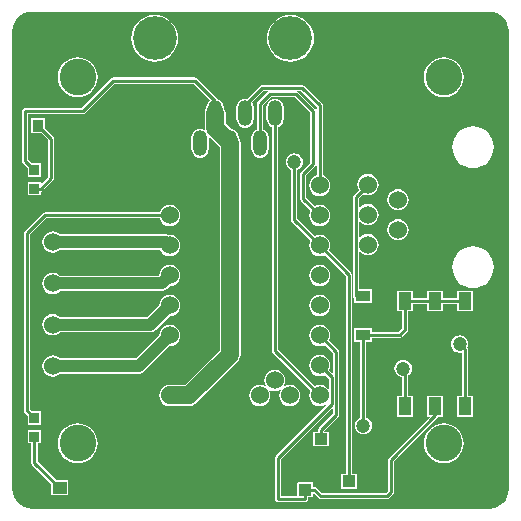
<source format=gtl>
G04*
G04 #@! TF.GenerationSoftware,Altium Limited,CircuitMaker,2.2.0 (2.2.0.5)*
G04*
G04 Layer_Physical_Order=1*
G04 Layer_Color=25308*
%FSLAX25Y25*%
%MOIN*%
G70*
G04*
G04 #@! TF.SameCoordinates,9A8D6191-CA6A-4FCB-8608-DBD58737C46A*
G04*
G04*
G04 #@! TF.FilePolarity,Positive*
G04*
G01*
G75*
%ADD11C,0.01000*%
%ADD15R,0.04134X0.03937*%
%ADD16R,0.03347X0.03347*%
%ADD17R,0.04528X0.04134*%
%ADD18R,0.03543X0.04134*%
%ADD19R,0.04803X0.03583*%
%ADD20R,0.04331X0.05905*%
%ADD21R,0.04331X0.05905*%
%ADD22R,0.04331X0.05905*%
%ADD37C,0.01968*%
%ADD38C,0.03937*%
%ADD39C,0.00984*%
%ADD40C,0.05905*%
%ADD41C,0.06000*%
%ADD42O,0.04724X0.08661*%
%ADD43C,0.14567*%
%ADD44C,0.04724*%
%ADD45C,0.12205*%
G36*
X258071Y264535D02*
Y264529D01*
X259312Y264407D01*
X260505Y264045D01*
X261604Y263457D01*
X262568Y262667D01*
X263359Y261703D01*
X263947Y260603D01*
X264309Y259410D01*
X264431Y258171D01*
X264437D01*
X264437Y258170D01*
X264437Y258169D01*
Y258169D01*
X264436Y258169D01*
X264354D01*
X264357Y258163D01*
X264437Y258164D01*
Y105315D01*
X264436Y105315D01*
X264431D01*
X264309Y104074D01*
X263947Y102881D01*
X263359Y101781D01*
X262568Y100818D01*
X261604Y100027D01*
X260505Y99439D01*
X259312Y99077D01*
X258073Y98955D01*
X258071Y98955D01*
Y99032D01*
X258065Y99029D01*
X258066Y98949D01*
X105315D01*
X105315Y98949D01*
Y98955D01*
X104074Y99077D01*
X102881Y99439D01*
X101781Y100027D01*
X100818Y100818D01*
X100027Y101781D01*
X99439Y102881D01*
X99077Y104074D01*
X99007Y104790D01*
X98962Y104787D01*
X98955Y104823D01*
X99032D01*
X98949Y105022D01*
Y258169D01*
X98949Y258169D01*
X98955D01*
X99077Y259410D01*
X99439Y260603D01*
X100027Y261703D01*
X100818Y262667D01*
X101781Y263457D01*
X102881Y264045D01*
X104074Y264407D01*
X104790Y264478D01*
X104787Y264522D01*
X104823Y264529D01*
Y264453D01*
X105022Y264535D01*
X258071D01*
X258071Y264535D01*
X258071Y264535D01*
D02*
G37*
%LPC*%
G36*
X191634Y263561D02*
X190106Y263411D01*
X188636Y262965D01*
X187282Y262241D01*
X186095Y261267D01*
X185121Y260080D01*
X184397Y258726D01*
X183951Y257257D01*
X183801Y255728D01*
X183951Y254200D01*
X184397Y252731D01*
X185121Y251377D01*
X186095Y250190D01*
X187282Y249216D01*
X188636Y248492D01*
X190106Y248046D01*
X191634Y247895D01*
X193162Y248046D01*
X194631Y248492D01*
X195986Y249216D01*
X197173Y250190D01*
X198147Y251377D01*
X198871Y252731D01*
X199316Y254200D01*
X199467Y255728D01*
X199316Y257257D01*
X198871Y258726D01*
X198147Y260080D01*
X197173Y261267D01*
X195986Y262241D01*
X194631Y262965D01*
X193162Y263411D01*
X191634Y263561D01*
D02*
G37*
G36*
X146358D02*
X144830Y263411D01*
X143361Y262965D01*
X142006Y262241D01*
X140819Y261267D01*
X139845Y260080D01*
X139121Y258726D01*
X138676Y257257D01*
X138525Y255728D01*
X138676Y254200D01*
X139121Y252731D01*
X139845Y251377D01*
X140819Y250190D01*
X142006Y249216D01*
X143361Y248492D01*
X144830Y248046D01*
X146358Y247895D01*
X147886Y248046D01*
X149356Y248492D01*
X150710Y249216D01*
X151897Y250190D01*
X152871Y251377D01*
X153595Y252731D01*
X154041Y254200D01*
X154191Y255728D01*
X154041Y257257D01*
X153595Y258726D01*
X152871Y260080D01*
X151897Y261267D01*
X150710Y262241D01*
X149356Y262965D01*
X147886Y263411D01*
X146358Y263561D01*
D02*
G37*
G36*
X242717Y249363D02*
X241420Y249235D01*
X240173Y248857D01*
X239024Y248243D01*
X238017Y247416D01*
X237191Y246409D01*
X236576Y245260D01*
X236198Y244013D01*
X236070Y242717D01*
X236198Y241420D01*
X236576Y240173D01*
X237191Y239024D01*
X238017Y238017D01*
X239024Y237191D01*
X240173Y236576D01*
X241420Y236198D01*
X242717Y236070D01*
X244013Y236198D01*
X245260Y236576D01*
X246409Y237191D01*
X247416Y238017D01*
X248243Y239024D01*
X248857Y240173D01*
X249235Y241420D01*
X249363Y242717D01*
X249235Y244013D01*
X248857Y245260D01*
X248243Y246409D01*
X247416Y247416D01*
X246409Y248243D01*
X245260Y248857D01*
X244013Y249235D01*
X242717Y249363D01*
D02*
G37*
G36*
X120669D02*
X119373Y249235D01*
X118126Y248857D01*
X116977Y248243D01*
X115970Y247416D01*
X115143Y246409D01*
X114529Y245260D01*
X114151Y244013D01*
X114023Y242717D01*
X114151Y241420D01*
X114529Y240173D01*
X115143Y239024D01*
X115970Y238017D01*
X116977Y237191D01*
X118126Y236576D01*
X119373Y236198D01*
X120669Y236070D01*
X121966Y236198D01*
X123213Y236576D01*
X124362Y237191D01*
X125369Y238017D01*
X126195Y239024D01*
X126810Y240173D01*
X127188Y241420D01*
X127315Y242717D01*
X127188Y244013D01*
X126810Y245260D01*
X126195Y246409D01*
X125369Y247416D01*
X124362Y248243D01*
X123213Y248857D01*
X121966Y249235D01*
X120669Y249363D01*
D02*
G37*
G36*
X159646Y242657D02*
X132579D01*
X132252Y242592D01*
X132187Y242580D01*
X131855Y242358D01*
X121919Y232421D01*
X103150D01*
X102758Y232343D01*
X102426Y232121D01*
X102204Y231789D01*
X102126Y231398D01*
Y214961D01*
X102191Y214634D01*
X102204Y214569D01*
X102426Y214237D01*
X104114Y212548D01*
Y209626D01*
X108484D01*
Y213996D01*
X105562D01*
X104173Y215385D01*
Y230374D01*
X122343D01*
X122669Y230439D01*
X122734Y230452D01*
X123066Y230674D01*
X133003Y240610D01*
X159222D01*
X164808Y235024D01*
X164446Y234747D01*
X163986Y234146D01*
X163696Y233447D01*
X163597Y232697D01*
Y232642D01*
X163470Y232476D01*
X163121Y231633D01*
X163002Y230728D01*
Y225937D01*
X163002Y225937D01*
X163115Y225077D01*
X162945Y225207D01*
X162246Y225497D01*
X161496Y225596D01*
X160746Y225497D01*
X160047Y225207D01*
X159446Y224747D01*
X158986Y224146D01*
X158696Y223447D01*
X158597Y222697D01*
Y218760D01*
X158696Y218010D01*
X158986Y217311D01*
X159446Y216710D01*
X160047Y216249D01*
X160746Y215960D01*
X161496Y215861D01*
X162246Y215960D01*
X162945Y216249D01*
X163546Y216710D01*
X164006Y217311D01*
X164296Y218010D01*
X164395Y218760D01*
Y222697D01*
X164334Y223157D01*
X168001Y219490D01*
Y151684D01*
X156485Y140168D01*
X151760D01*
X151398Y140215D01*
X150481Y140095D01*
X149627Y139741D01*
X148893Y139178D01*
X148330Y138444D01*
X147976Y137590D01*
X147855Y136673D01*
X147976Y135756D01*
X148330Y134902D01*
X148893Y134169D01*
X149627Y133606D01*
X150481Y133252D01*
X151398Y133131D01*
X151760Y133179D01*
X157933D01*
X157933Y133179D01*
X158837Y133298D01*
X159680Y133647D01*
X160404Y134202D01*
X173967Y147765D01*
X174522Y148489D01*
X174871Y149332D01*
X174990Y150236D01*
X174990Y150236D01*
Y220728D01*
Y220937D01*
X174990Y220937D01*
X174871Y221842D01*
X174522Y222684D01*
X174370Y222882D01*
X174296Y223447D01*
X174006Y224146D01*
X173546Y224747D01*
X172945Y225207D01*
X172246Y225497D01*
X171822Y225553D01*
X169991Y227385D01*
Y230728D01*
X169871Y231633D01*
X169522Y232476D01*
X169395Y232642D01*
Y232697D01*
X169296Y233447D01*
X169006Y234146D01*
X168546Y234747D01*
X167945Y235207D01*
X167246Y235497D01*
X167225Y235500D01*
X167220Y235507D01*
X160369Y242358D01*
X160037Y242580D01*
X159972Y242592D01*
X159646Y242657D01*
D02*
G37*
G36*
X252461Y226352D02*
X251106Y226219D01*
X249804Y225824D01*
X248603Y225182D01*
X247551Y224319D01*
X246688Y223267D01*
X246046Y222066D01*
X245651Y220764D01*
X245518Y219409D01*
X245651Y218055D01*
X246046Y216753D01*
X246688Y215552D01*
X247551Y214500D01*
X248603Y213637D01*
X249804Y212995D01*
X251106Y212600D01*
X252461Y212467D01*
X253815Y212600D01*
X255118Y212995D01*
X256318Y213637D01*
X257370Y214500D01*
X258233Y215552D01*
X258875Y216753D01*
X259270Y218055D01*
X259403Y219409D01*
X259270Y220764D01*
X258875Y222066D01*
X258233Y223267D01*
X257370Y224319D01*
X256318Y225182D01*
X255118Y225824D01*
X253815Y226219D01*
X252461Y226352D01*
D02*
G37*
G36*
X109862Y229153D02*
X105295D01*
Y223996D01*
X108710D01*
X110886Y221820D01*
Y209479D01*
X108386Y206979D01*
Y207697D01*
X104016D01*
Y203327D01*
X108386D01*
Y204492D01*
X108758Y204566D01*
X108758Y204566D01*
X108758D01*
X108958Y204700D01*
X109090Y204788D01*
X109090Y204788D01*
X109090Y204788D01*
X112633Y208331D01*
X112810Y208596D01*
X112855Y208664D01*
Y208664D01*
X112855Y208664D01*
X112876Y208771D01*
X112933Y209055D01*
Y222244D01*
X112855Y222636D01*
X112781Y222747D01*
X112633Y222968D01*
X109862Y225739D01*
Y229153D01*
D02*
G37*
G36*
X217461Y210471D02*
X216544Y210351D01*
X215690Y209997D01*
X214956Y209434D01*
X214393Y208700D01*
X214039Y207846D01*
X213918Y206929D01*
X214039Y206012D01*
X214346Y205273D01*
X212670Y203598D01*
X212447Y203263D01*
X212368Y202869D01*
Y169843D01*
X212447Y169448D01*
X212670Y169113D01*
X212933Y168938D01*
Y167540D01*
X218760D01*
Y172146D01*
X214432D01*
Y185108D01*
X214956Y184424D01*
X215689Y183862D01*
X216544Y183508D01*
X217461Y183387D01*
X218377Y183508D01*
X219232Y183862D01*
X219965Y184424D01*
X220528Y185158D01*
X220882Y186012D01*
X221003Y186929D01*
X220882Y187846D01*
X220528Y188700D01*
X219965Y189434D01*
X219232Y189997D01*
X218377Y190351D01*
X217461Y190471D01*
X216544Y190351D01*
X215690Y189997D01*
X214956Y189434D01*
X214432Y188751D01*
Y195108D01*
X214956Y194424D01*
X215689Y193862D01*
X216544Y193508D01*
X217461Y193387D01*
X218377Y193508D01*
X219232Y193862D01*
X219965Y194424D01*
X220528Y195158D01*
X220882Y196012D01*
X221003Y196929D01*
X220882Y197846D01*
X220528Y198700D01*
X219965Y199434D01*
X219232Y199997D01*
X218377Y200351D01*
X217461Y200471D01*
X216544Y200351D01*
X215690Y199997D01*
X214956Y199434D01*
X214432Y198750D01*
Y202441D01*
X215804Y203814D01*
X216544Y203508D01*
X217461Y203387D01*
X218377Y203508D01*
X219232Y203862D01*
X219965Y204425D01*
X220528Y205158D01*
X220882Y206012D01*
X221003Y206929D01*
X220882Y207846D01*
X220528Y208700D01*
X219965Y209434D01*
X219232Y209997D01*
X218377Y210351D01*
X217461Y210471D01*
D02*
G37*
G36*
X195571Y240197D02*
X182087D01*
X181760Y240132D01*
X181695Y240119D01*
X181363Y239897D01*
X176996Y235530D01*
X176496Y235596D01*
X175746Y235497D01*
X175047Y235207D01*
X174446Y234747D01*
X173986Y234146D01*
X173696Y233447D01*
X173597Y232697D01*
Y228760D01*
X173696Y228010D01*
X173986Y227310D01*
X174446Y226710D01*
X175047Y226249D01*
X175746Y225960D01*
X176496Y225861D01*
X177246Y225960D01*
X177945Y226249D01*
X178546Y226710D01*
X179006Y227310D01*
X179296Y228010D01*
X179395Y228760D01*
Y232697D01*
X179296Y233447D01*
X179006Y234146D01*
X178790Y234429D01*
X182511Y238150D01*
X184351D01*
X184152Y238017D01*
X184020Y237929D01*
X184020Y237929D01*
X184020Y237929D01*
X180772Y234680D01*
X180588Y234404D01*
X180550Y234348D01*
Y234348D01*
X180550Y234348D01*
X180529Y234241D01*
X180472Y233957D01*
Y225384D01*
X180047Y225207D01*
X179446Y224747D01*
X178986Y224146D01*
X178696Y223447D01*
X178597Y222697D01*
Y218760D01*
X178696Y218010D01*
X178986Y217311D01*
X179446Y216710D01*
X180047Y216249D01*
X180746Y215960D01*
X181496Y215861D01*
X182246Y215960D01*
X182945Y216249D01*
X183546Y216710D01*
X184006Y217311D01*
X184296Y218010D01*
X184395Y218760D01*
Y222697D01*
X184296Y223447D01*
X184006Y224146D01*
X183546Y224747D01*
X182945Y225207D01*
X182520Y225384D01*
Y233533D01*
X185168Y236181D01*
X193080D01*
X198189Y231072D01*
Y214302D01*
X195142Y211255D01*
X194921Y210923D01*
X194908Y210858D01*
X194843Y210532D01*
Y202205D01*
X194921Y201813D01*
X194995Y201702D01*
X195142Y201481D01*
X198286Y198337D01*
X197976Y197590D01*
X197855Y196673D01*
X197976Y195756D01*
X198330Y194902D01*
X198893Y194169D01*
X199627Y193606D01*
X200481Y193252D01*
X201398Y193131D01*
X202314Y193252D01*
X203169Y193606D01*
X203902Y194169D01*
X204465Y194902D01*
X204819Y195756D01*
X204940Y196673D01*
X204819Y197590D01*
X204465Y198444D01*
X203902Y199178D01*
X203169Y199741D01*
X202314Y200095D01*
X201398Y200215D01*
X200481Y200095D01*
X199733Y199785D01*
X196890Y202629D01*
Y210108D01*
X199936Y213154D01*
X200085Y213376D01*
X200158Y213486D01*
X200236Y213878D01*
Y231496D01*
X200158Y231888D01*
X200084Y231999D01*
X199936Y232220D01*
X194228Y237929D01*
X193897Y238150D01*
X195147D01*
X200374Y232922D01*
Y210050D01*
X199627Y209741D01*
X198893Y209178D01*
X198330Y208444D01*
X197976Y207590D01*
X197855Y206673D01*
X197976Y205756D01*
X198330Y204902D01*
X198893Y204169D01*
X199627Y203606D01*
X200481Y203252D01*
X201398Y203131D01*
X202314Y203252D01*
X203169Y203606D01*
X203902Y204169D01*
X204465Y204902D01*
X204819Y205756D01*
X204940Y206673D01*
X204819Y207590D01*
X204465Y208444D01*
X203902Y209178D01*
X203169Y209741D01*
X202421Y210050D01*
Y233346D01*
X202356Y233673D01*
X202343Y233738D01*
X202121Y234070D01*
X196295Y239897D01*
X195963Y240119D01*
X195897Y240132D01*
X195571Y240197D01*
D02*
G37*
G36*
X227461Y205432D02*
X226544Y205311D01*
X225690Y204957D01*
X224956Y204395D01*
X224393Y203661D01*
X224039Y202807D01*
X223919Y201890D01*
X224039Y200973D01*
X224393Y200119D01*
X224956Y199385D01*
X225690Y198822D01*
X226544Y198468D01*
X227461Y198348D01*
X228377Y198468D01*
X229232Y198822D01*
X229965Y199385D01*
X230528Y200119D01*
X230882Y200973D01*
X231003Y201890D01*
X230882Y202807D01*
X230528Y203661D01*
X229965Y204395D01*
X229232Y204957D01*
X228377Y205311D01*
X227461Y205432D01*
D02*
G37*
G36*
X151398Y200215D02*
X150481Y200095D01*
X149627Y199741D01*
X148893Y199178D01*
X148330Y198444D01*
X148020Y197697D01*
X109764D01*
X109372Y197619D01*
X109040Y197397D01*
X103016Y191373D01*
X102795Y191041D01*
X102782Y190976D01*
X102717Y190650D01*
Y131693D01*
X102780Y131373D01*
X102795Y131301D01*
X102795Y131301D01*
Y131301D01*
X102878Y131176D01*
X103016Y130969D01*
X104114Y129871D01*
Y126949D01*
X108484D01*
Y131319D01*
X105562D01*
X104764Y132117D01*
Y190226D01*
X110188Y195650D01*
X148020D01*
X148330Y194902D01*
X148893Y194169D01*
X149627Y193606D01*
X150481Y193252D01*
X151398Y193131D01*
X152314Y193252D01*
X153169Y193606D01*
X153902Y194169D01*
X154465Y194902D01*
X154819Y195756D01*
X154940Y196673D01*
X154819Y197590D01*
X154465Y198444D01*
X153902Y199178D01*
X153169Y199741D01*
X152314Y200095D01*
X151398Y200215D01*
D02*
G37*
G36*
X227461Y195432D02*
X226544Y195311D01*
X225690Y194957D01*
X224956Y194395D01*
X224393Y193661D01*
X224039Y192807D01*
X223919Y191890D01*
X224039Y190973D01*
X224393Y190119D01*
X224956Y189385D01*
X225690Y188822D01*
X226544Y188468D01*
X227461Y188348D01*
X228377Y188468D01*
X229232Y188822D01*
X229965Y189385D01*
X230528Y190119D01*
X230882Y190973D01*
X231003Y191890D01*
X230882Y192807D01*
X230528Y193661D01*
X229965Y194395D01*
X229232Y194957D01*
X228377Y195311D01*
X227461Y195432D01*
D02*
G37*
G36*
X112402Y191337D02*
X111485Y191217D01*
X110631Y190863D01*
X109897Y190300D01*
X109334Y189566D01*
X108980Y188712D01*
X108860Y187795D01*
X108980Y186878D01*
X109334Y186024D01*
X109897Y185291D01*
X110631Y184728D01*
X111485Y184374D01*
X112402Y184253D01*
X113318Y184374D01*
X114173Y184728D01*
X114875Y185266D01*
X148179D01*
X148330Y184902D01*
X148893Y184169D01*
X149627Y183606D01*
X150481Y183252D01*
X151398Y183131D01*
X152314Y183252D01*
X153169Y183606D01*
X153902Y184169D01*
X154465Y184902D01*
X154819Y185756D01*
X154940Y186673D01*
X154819Y187590D01*
X154465Y188444D01*
X153902Y189178D01*
X153169Y189741D01*
X152314Y190095D01*
X151398Y190215D01*
X151051Y190170D01*
X150276Y190324D01*
X114875D01*
X114173Y190863D01*
X113318Y191217D01*
X112402Y191337D01*
D02*
G37*
G36*
X151398Y180215D02*
X150481Y180095D01*
X149627Y179741D01*
X148893Y179178D01*
X148330Y178444D01*
X147976Y177590D01*
X147861Y176713D01*
X147693Y176545D01*
X114875D01*
X114173Y177083D01*
X113318Y177437D01*
X112402Y177558D01*
X111485Y177437D01*
X110631Y177083D01*
X109897Y176521D01*
X109334Y175787D01*
X108980Y174933D01*
X108860Y174016D01*
X108980Y173099D01*
X109334Y172245D01*
X109897Y171511D01*
X110631Y170948D01*
X111485Y170594D01*
X112402Y170474D01*
X113318Y170594D01*
X114173Y170948D01*
X114875Y171487D01*
X148740D01*
X149708Y171679D01*
X150528Y172228D01*
X151437Y173136D01*
X152314Y173252D01*
X153169Y173606D01*
X153902Y174169D01*
X154465Y174902D01*
X154819Y175756D01*
X154940Y176673D01*
X154819Y177590D01*
X154465Y178444D01*
X153902Y179178D01*
X153169Y179741D01*
X152314Y180095D01*
X151398Y180215D01*
D02*
G37*
G36*
X201398D02*
X200481Y180095D01*
X199627Y179741D01*
X198893Y179178D01*
X198330Y178444D01*
X197976Y177590D01*
X197855Y176673D01*
X197976Y175756D01*
X198330Y174902D01*
X198893Y174169D01*
X199627Y173606D01*
X200481Y173252D01*
X201398Y173131D01*
X202314Y173252D01*
X203169Y173606D01*
X203902Y174169D01*
X204465Y174902D01*
X204819Y175756D01*
X204940Y176673D01*
X204819Y177590D01*
X204465Y178444D01*
X203902Y179178D01*
X203169Y179741D01*
X202314Y180095D01*
X201398Y180215D01*
D02*
G37*
G36*
X252461Y186352D02*
X251106Y186219D01*
X249804Y185824D01*
X248603Y185182D01*
X247551Y184319D01*
X246688Y183267D01*
X246046Y182066D01*
X245651Y180764D01*
X245518Y179409D01*
X245651Y178055D01*
X246046Y176752D01*
X246688Y175552D01*
X247551Y174500D01*
X248603Y173637D01*
X249804Y172995D01*
X251106Y172600D01*
X252461Y172467D01*
X253815Y172600D01*
X255118Y172995D01*
X256318Y173637D01*
X257370Y174500D01*
X258233Y175552D01*
X258875Y176752D01*
X259270Y178055D01*
X259403Y179409D01*
X259270Y180764D01*
X258875Y182066D01*
X258233Y183267D01*
X257370Y184319D01*
X256318Y185182D01*
X255118Y185824D01*
X253815Y186219D01*
X252461Y186352D01*
D02*
G37*
G36*
X252598Y171575D02*
X247244D01*
Y169142D01*
X242598D01*
Y171575D01*
X237244D01*
Y169142D01*
X232598D01*
Y171575D01*
X227244D01*
Y164646D01*
X228890D01*
Y159177D01*
X227673Y157961D01*
X218760D01*
Y159232D01*
X212933D01*
Y154626D01*
X214868D01*
Y129258D01*
X214451Y129085D01*
X213850Y128625D01*
X213390Y128024D01*
X213100Y127325D01*
X213001Y126575D01*
X213100Y125824D01*
X213390Y125125D01*
X213850Y124525D01*
X214451Y124064D01*
X215150Y123775D01*
X215900Y123676D01*
X216650Y123775D01*
X217349Y124064D01*
X217950Y124525D01*
X218410Y125125D01*
X218700Y125824D01*
X218799Y126575D01*
X218700Y127325D01*
X218410Y128024D01*
X217950Y128625D01*
X217349Y129085D01*
X216932Y129258D01*
Y154626D01*
X218760D01*
Y155898D01*
X228100D01*
X228495Y155976D01*
X228830Y156200D01*
X230651Y158020D01*
X230874Y158355D01*
X230953Y158750D01*
Y164646D01*
X232598D01*
Y167079D01*
X237244D01*
Y164646D01*
X242598D01*
Y167079D01*
X247244D01*
Y164646D01*
X252598D01*
Y171575D01*
D02*
G37*
G36*
X201398Y170215D02*
X200481Y170095D01*
X199627Y169741D01*
X198893Y169178D01*
X198330Y168444D01*
X197976Y167590D01*
X197855Y166673D01*
X197976Y165756D01*
X198330Y164902D01*
X198893Y164169D01*
X199627Y163606D01*
X200481Y163252D01*
X201398Y163131D01*
X202314Y163252D01*
X203169Y163606D01*
X203902Y164169D01*
X204465Y164902D01*
X204819Y165756D01*
X204940Y166673D01*
X204819Y167590D01*
X204465Y168444D01*
X203902Y169178D01*
X203169Y169741D01*
X202314Y170095D01*
X201398Y170215D01*
D02*
G37*
G36*
X151398D02*
X150481Y170095D01*
X149627Y169741D01*
X148893Y169178D01*
X148330Y168444D01*
X147976Y167590D01*
X147861Y166713D01*
X143913Y162765D01*
X114875D01*
X114173Y163304D01*
X113318Y163658D01*
X112402Y163778D01*
X111485Y163658D01*
X110631Y163304D01*
X109897Y162741D01*
X109334Y162007D01*
X108980Y161153D01*
X108860Y160236D01*
X108980Y159319D01*
X109334Y158465D01*
X109897Y157731D01*
X110631Y157169D01*
X111485Y156815D01*
X112402Y156694D01*
X113318Y156815D01*
X114173Y157169D01*
X114875Y157707D01*
X144961D01*
X145928Y157900D01*
X146749Y158448D01*
X151437Y163136D01*
X152314Y163252D01*
X153169Y163606D01*
X153902Y164169D01*
X154465Y164902D01*
X154819Y165756D01*
X154940Y166673D01*
X154819Y167590D01*
X154465Y168444D01*
X153902Y169178D01*
X153169Y169741D01*
X152314Y170095D01*
X151398Y170215D01*
D02*
G37*
G36*
Y160215D02*
X150481Y160095D01*
X149627Y159741D01*
X148893Y159178D01*
X148330Y158444D01*
X147976Y157590D01*
X147861Y156713D01*
X140134Y148986D01*
X114875D01*
X114173Y149524D01*
X113318Y149878D01*
X112402Y149999D01*
X111485Y149878D01*
X110631Y149524D01*
X109897Y148961D01*
X109334Y148228D01*
X108980Y147373D01*
X108860Y146457D01*
X108980Y145540D01*
X109334Y144685D01*
X109897Y143952D01*
X110631Y143389D01*
X111485Y143035D01*
X112402Y142914D01*
X113318Y143035D01*
X114173Y143389D01*
X114875Y143928D01*
X141181D01*
X142149Y144120D01*
X142969Y144668D01*
X151437Y153136D01*
X152314Y153252D01*
X153169Y153606D01*
X153902Y154169D01*
X154465Y154902D01*
X154819Y155756D01*
X154940Y156673D01*
X154819Y157590D01*
X154465Y158444D01*
X153902Y159178D01*
X153169Y159741D01*
X152314Y160095D01*
X151398Y160215D01*
D02*
G37*
G36*
X186398Y145215D02*
X185481Y145095D01*
X184626Y144741D01*
X183893Y144178D01*
X183330Y143444D01*
X182976Y142590D01*
X182855Y141673D01*
X182976Y140756D01*
X183330Y139902D01*
X183862Y139208D01*
X183169Y139741D01*
X182314Y140095D01*
X181398Y140215D01*
X180481Y140095D01*
X179627Y139741D01*
X178893Y139178D01*
X178330Y138444D01*
X177976Y137590D01*
X177856Y136673D01*
X177976Y135756D01*
X178330Y134902D01*
X178893Y134169D01*
X179627Y133606D01*
X180481Y133252D01*
X181398Y133131D01*
X182314Y133252D01*
X183169Y133606D01*
X183902Y134169D01*
X184465Y134902D01*
X184819Y135756D01*
X184940Y136673D01*
X184819Y137590D01*
X184465Y138444D01*
X183933Y139138D01*
X184626Y138606D01*
X185481Y138252D01*
X186398Y138131D01*
X187314Y138252D01*
X188169Y138606D01*
X188862Y139138D01*
X188330Y138444D01*
X187976Y137590D01*
X187856Y136673D01*
X187976Y135756D01*
X188330Y134902D01*
X188893Y134169D01*
X189627Y133606D01*
X190481Y133252D01*
X191398Y133131D01*
X192314Y133252D01*
X193169Y133606D01*
X193902Y134169D01*
X194465Y134902D01*
X194819Y135756D01*
X194940Y136673D01*
X194819Y137590D01*
X194465Y138444D01*
X193902Y139178D01*
X193169Y139741D01*
X192314Y140095D01*
X191398Y140215D01*
X190481Y140095D01*
X189627Y139741D01*
X188933Y139208D01*
X189465Y139902D01*
X189819Y140756D01*
X189940Y141673D01*
X189819Y142590D01*
X189465Y143444D01*
X188902Y144178D01*
X188169Y144741D01*
X187314Y145095D01*
X186398Y145215D01*
D02*
G37*
G36*
X248000Y156699D02*
X247250Y156600D01*
X246551Y156310D01*
X245950Y155850D01*
X245490Y155249D01*
X245200Y154550D01*
X245101Y153800D01*
X245200Y153050D01*
X245490Y152351D01*
X245950Y151750D01*
X246551Y151290D01*
X247250Y151000D01*
X248000Y150901D01*
X248750Y151000D01*
X248890Y151058D01*
Y136535D01*
X247244D01*
Y129606D01*
X252598D01*
Y136535D01*
X250953D01*
Y151879D01*
X250874Y152274D01*
X250651Y152608D01*
X250627Y152632D01*
X250800Y153050D01*
X250899Y153800D01*
X250800Y154550D01*
X250510Y155249D01*
X250050Y155850D01*
X249449Y156310D01*
X248750Y156600D01*
X248000Y156699D01*
D02*
G37*
G36*
X229200Y148499D02*
X228450Y148400D01*
X227751Y148110D01*
X227150Y147650D01*
X226690Y147049D01*
X226400Y146350D01*
X226301Y145600D01*
X226400Y144850D01*
X226690Y144151D01*
X227150Y143550D01*
X227751Y143090D01*
X228450Y142800D01*
X228890Y142742D01*
Y136535D01*
X227244D01*
Y129606D01*
X232598D01*
Y136535D01*
X230953D01*
Y143322D01*
X231250Y143550D01*
X231710Y144151D01*
X232000Y144850D01*
X232099Y145600D01*
X232000Y146350D01*
X231710Y147049D01*
X231250Y147650D01*
X230649Y148110D01*
X229950Y148400D01*
X229200Y148499D01*
D02*
G37*
G36*
X242717Y127315D02*
X241420Y127188D01*
X240173Y126810D01*
X239024Y126195D01*
X238017Y125369D01*
X237191Y124362D01*
X236576Y123213D01*
X236198Y121966D01*
X236070Y120669D01*
X236198Y119373D01*
X236576Y118126D01*
X237191Y116977D01*
X238017Y115970D01*
X239024Y115143D01*
X240173Y114529D01*
X241420Y114151D01*
X242717Y114023D01*
X244013Y114151D01*
X245260Y114529D01*
X246409Y115143D01*
X247416Y115970D01*
X248243Y116977D01*
X248857Y118126D01*
X249235Y119373D01*
X249363Y120669D01*
X249235Y121966D01*
X248857Y123213D01*
X248243Y124362D01*
X247416Y125369D01*
X246409Y126195D01*
X245260Y126810D01*
X244013Y127188D01*
X242717Y127315D01*
D02*
G37*
G36*
X120669D02*
X119373Y127188D01*
X118126Y126810D01*
X116977Y126195D01*
X115970Y125369D01*
X115143Y124362D01*
X114529Y123213D01*
X114151Y121966D01*
X114023Y120669D01*
X114151Y119373D01*
X114529Y118126D01*
X115143Y116977D01*
X115970Y115970D01*
X116977Y115143D01*
X118126Y114529D01*
X119373Y114151D01*
X120669Y114023D01*
X121966Y114151D01*
X123213Y114529D01*
X124362Y115143D01*
X125369Y115970D01*
X126195Y116977D01*
X126810Y118126D01*
X127188Y119373D01*
X127315Y120669D01*
X127188Y121966D01*
X126810Y123213D01*
X126195Y124362D01*
X125369Y125369D01*
X124362Y126195D01*
X123213Y126810D01*
X121966Y127188D01*
X120669Y127315D01*
D02*
G37*
G36*
X192900Y217399D02*
X192150Y217300D01*
X191451Y217010D01*
X190850Y216550D01*
X190390Y215949D01*
X190100Y215250D01*
X190001Y214500D01*
X190100Y213750D01*
X190390Y213051D01*
X190850Y212450D01*
X191451Y211990D01*
X191868Y211817D01*
Y195171D01*
X191947Y194776D01*
X192171Y194441D01*
X198283Y188329D01*
X197976Y187590D01*
X197855Y186673D01*
X197976Y185756D01*
X198330Y184902D01*
X198893Y184169D01*
X199627Y183606D01*
X200481Y183252D01*
X201398Y183131D01*
X202314Y183252D01*
X203054Y183558D01*
X210189Y176423D01*
Y110551D01*
X208642D01*
Y105590D01*
X213799D01*
Y110551D01*
X212252D01*
Y176850D01*
X212174Y177245D01*
X211950Y177580D01*
X204513Y185017D01*
X204819Y185756D01*
X204940Y186673D01*
X204819Y187590D01*
X204465Y188444D01*
X203902Y189178D01*
X203169Y189741D01*
X202314Y190095D01*
X201398Y190215D01*
X200481Y190095D01*
X199741Y189788D01*
X193932Y195598D01*
Y211817D01*
X194349Y211990D01*
X194950Y212450D01*
X195410Y213051D01*
X195700Y213750D01*
X195799Y214500D01*
X195700Y215250D01*
X195410Y215949D01*
X194950Y216550D01*
X194349Y217010D01*
X193650Y217300D01*
X192900Y217399D01*
D02*
G37*
G36*
X108484Y125020D02*
X104114D01*
Y120650D01*
X105276D01*
Y114272D01*
X105353Y113880D01*
X105353Y113880D01*
Y113880D01*
X105575Y113548D01*
X111890Y107234D01*
Y103327D01*
X117441D01*
Y108484D01*
X113534D01*
X107323Y114696D01*
Y120650D01*
X108484D01*
Y125020D01*
D02*
G37*
G36*
X186496Y235596D02*
X185746Y235497D01*
X185047Y235207D01*
X184446Y234747D01*
X183986Y234146D01*
X183696Y233447D01*
X183597Y232697D01*
Y228760D01*
X183696Y228010D01*
X183986Y227310D01*
X184446Y226710D01*
X185047Y226249D01*
X185472Y226073D01*
Y151575D01*
X185537Y151248D01*
X185550Y151183D01*
X185772Y150851D01*
X198286Y138337D01*
X197976Y137590D01*
X197855Y136673D01*
X197976Y135756D01*
X198330Y134902D01*
X198893Y134169D01*
X199627Y133606D01*
X200481Y133252D01*
X201398Y133131D01*
X202314Y133252D01*
X203169Y133606D01*
X203902Y134169D01*
X204378Y134789D01*
Y134337D01*
X186670Y116630D01*
X186447Y116295D01*
X186368Y115900D01*
Y102300D01*
X186447Y101905D01*
X186670Y101570D01*
X186770Y101470D01*
X187105Y101247D01*
X187500Y101168D01*
X196357D01*
X196751Y101247D01*
X197086Y101470D01*
X197186Y101570D01*
X197410Y101905D01*
X197488Y102300D01*
Y102736D01*
X199035D01*
Y104185D01*
X199173D01*
X201037Y102321D01*
X201372Y102097D01*
X201767Y102018D01*
X223750D01*
X224145Y102097D01*
X224480Y102321D01*
X225830Y103671D01*
X226053Y104005D01*
X226132Y104400D01*
Y114752D01*
X240651Y129271D01*
X240874Y129605D01*
X240875Y129606D01*
X242598D01*
Y136535D01*
X237244D01*
Y129606D01*
X238069D01*
X224371Y115908D01*
X224147Y115574D01*
X224068Y115179D01*
Y104827D01*
X223323Y104082D01*
X202194D01*
X200329Y105946D01*
X199995Y106170D01*
X199600Y106248D01*
X199035D01*
Y107697D01*
X193878D01*
Y103232D01*
X188432D01*
Y115473D01*
X205890Y132931D01*
Y130664D01*
X201042Y125816D01*
X200818Y125482D01*
X200740Y125087D01*
Y124626D01*
X199193D01*
Y119665D01*
X204350D01*
Y124626D01*
X202803D01*
Y124660D01*
X207651Y129507D01*
X207875Y129842D01*
X207953Y130237D01*
Y151149D01*
X207875Y151544D01*
X207651Y151879D01*
X204513Y155017D01*
X204819Y155756D01*
X204940Y156673D01*
X204819Y157590D01*
X204465Y158444D01*
X203902Y159178D01*
X203169Y159741D01*
X202314Y160095D01*
X201398Y160215D01*
X200481Y160095D01*
X199627Y159741D01*
X198893Y159178D01*
X198330Y158444D01*
X197976Y157590D01*
X197855Y156673D01*
X197976Y155756D01*
X198330Y154902D01*
X198893Y154169D01*
X199627Y153606D01*
X200481Y153252D01*
X201398Y153131D01*
X202314Y153252D01*
X203054Y153558D01*
X205890Y150722D01*
Y143640D01*
X204513Y145017D01*
X204819Y145756D01*
X204940Y146673D01*
X204819Y147590D01*
X204465Y148444D01*
X203902Y149178D01*
X203169Y149741D01*
X202314Y150095D01*
X201398Y150215D01*
X200481Y150095D01*
X199627Y149741D01*
X198893Y149178D01*
X198330Y148444D01*
X197976Y147590D01*
X197855Y146673D01*
X197976Y145756D01*
X198330Y144902D01*
X198893Y144169D01*
X199627Y143606D01*
X200481Y143252D01*
X201398Y143131D01*
X202314Y143252D01*
X203054Y143558D01*
X204378Y142234D01*
Y138558D01*
X203902Y139178D01*
X203169Y139741D01*
X202314Y140095D01*
X201398Y140215D01*
X200481Y140095D01*
X199733Y139785D01*
X187520Y151999D01*
Y226073D01*
X187945Y226249D01*
X188546Y226710D01*
X189006Y227310D01*
X189296Y228010D01*
X189395Y228760D01*
Y232697D01*
X189296Y233447D01*
X189006Y234146D01*
X188546Y234747D01*
X187945Y235207D01*
X187246Y235497D01*
X186496Y235596D01*
D02*
G37*
%LPD*%
D11*
X190551Y105217D02*
X199803Y114469D01*
X205046D01*
X207000Y112514D01*
Y105000D02*
Y112514D01*
X215900Y126575D02*
Y156929D01*
X213400Y169843D02*
Y202869D01*
X215846Y156929D02*
X215900D01*
X228100D01*
X229921Y158750D01*
Y168110D01*
X192900Y195171D02*
X201398Y186673D01*
X192900Y195171D02*
Y214500D01*
X217126Y105100D02*
Y108071D01*
X207000Y105000D02*
X217126Y105100D01*
X207677Y117100D02*
Y122146D01*
X205046Y114469D02*
X207677Y117100D01*
X201398Y146673D02*
X205410Y142661D01*
Y133910D02*
Y142661D01*
X187400Y115900D02*
X205410Y133910D01*
X187400Y102300D02*
Y115900D01*
Y102300D02*
X187500Y102200D01*
X196357D01*
X196457Y102300D01*
Y105217D01*
X229921Y133071D02*
Y144879D01*
X229200Y145600D02*
X229921Y144879D01*
X249921Y133071D02*
Y151879D01*
X248000Y153800D02*
X249921Y151879D01*
X201772Y122146D02*
Y125087D01*
X206922Y130237D01*
Y151149D01*
X201398Y156673D02*
X206922Y151149D01*
X196457Y105217D02*
X199600D01*
X201767Y103050D01*
X223750D01*
X225100Y104400D01*
Y115179D01*
X239921Y130000D01*
Y133071D01*
X211220Y108071D02*
Y176850D01*
X201398Y186673D02*
X211220Y176850D01*
X213400Y169843D02*
X215846D01*
X213400Y202869D02*
X217461Y206929D01*
X239921Y168110D02*
X249921D01*
X229921D02*
X239921D01*
D15*
X196457Y105217D02*
D03*
X190551D02*
D03*
X207677Y122146D02*
D03*
X201772D02*
D03*
X217126Y108071D02*
D03*
X211220D02*
D03*
D16*
X106299Y129134D02*
D03*
Y122835D02*
D03*
Y211811D02*
D03*
X106201Y205512D02*
D03*
D17*
X121161Y105906D02*
D03*
X114665D02*
D03*
D18*
X107579Y226575D02*
D03*
X112894D02*
D03*
D19*
X215846Y169843D02*
D03*
Y156929D02*
D03*
D20*
X229921Y168110D02*
D03*
X249921D02*
D03*
X239921D02*
D03*
D21*
X249921Y133071D02*
D03*
X239921D02*
D03*
D22*
X229921D02*
D03*
D37*
X145177Y111122D02*
Y123130D01*
X139961Y105906D02*
X145177Y111122D01*
X121161Y105906D02*
X139961D01*
D38*
X145177Y140453D02*
X151398Y146673D01*
X145177Y123130D02*
Y140453D01*
Y123130D02*
X161614D01*
X164764Y119980D01*
X141181Y146457D02*
X151398Y156673D01*
X112402Y146457D02*
X141181D01*
X144961Y160236D02*
X151398Y166673D01*
X112402Y160236D02*
X144961D01*
X148740Y174016D02*
X151398Y176673D01*
X112402Y174016D02*
X148740D01*
X150276Y187795D02*
X151398Y186673D01*
X112402Y187795D02*
X150276D01*
D39*
X106299Y114272D02*
X114665Y105906D01*
X106299Y114272D02*
Y122835D01*
X103740Y131693D02*
X106299Y129134D01*
X103740Y131693D02*
Y190650D01*
X109764Y196673D01*
X151398D01*
X186496Y151575D02*
X201398Y136673D01*
X186496Y151575D02*
Y230728D01*
X195866Y202205D02*
X201398Y196673D01*
X195866Y202205D02*
Y210532D01*
X199213Y213878D01*
Y231496D01*
X193504Y237205D02*
X199213Y231496D01*
X184744Y237205D02*
X193504D01*
X181496Y233957D02*
X184744Y237205D01*
X181496Y220728D02*
Y233957D01*
X182087Y239173D02*
X195571D01*
X176496Y233583D02*
X182087Y239173D01*
X176496Y230728D02*
Y233583D01*
X195571Y239173D02*
X201398Y233346D01*
Y206673D02*
Y233346D01*
X145650Y226575D02*
X151496Y220728D01*
X112894Y226575D02*
X145650D01*
X107579D02*
X111909Y222244D01*
Y209055D02*
Y222244D01*
X108366Y205512D02*
X111909Y209055D01*
X106201Y205512D02*
X108366D01*
X103150Y214961D02*
X106299Y211811D01*
X103150Y214961D02*
Y231398D01*
X122343D01*
X132579Y241634D01*
X159646D01*
X166496Y234783D01*
Y230728D02*
Y234783D01*
D40*
X151398Y146673D02*
X161319Y156594D01*
Y196752D01*
X151398Y206673D02*
X161319Y196752D01*
X151398Y206673D02*
X151496Y206772D01*
Y220728D01*
Y225728D01*
X156496Y230728D01*
X151398Y136673D02*
X157933D01*
X171496Y150236D01*
Y220728D01*
Y220937D01*
X166496Y225937D02*
X171496Y220937D01*
X166496Y225937D02*
Y230728D01*
D41*
X151398Y206673D02*
D03*
Y196673D02*
D03*
Y186673D02*
D03*
Y176673D02*
D03*
Y166673D02*
D03*
Y156673D02*
D03*
Y146673D02*
D03*
Y136673D02*
D03*
X201398D02*
D03*
Y146673D02*
D03*
Y156673D02*
D03*
Y166673D02*
D03*
Y176673D02*
D03*
Y186673D02*
D03*
Y196673D02*
D03*
Y206673D02*
D03*
X191398Y136673D02*
D03*
X181398D02*
D03*
X186398Y141673D02*
D03*
X112402Y146457D02*
D03*
Y160236D02*
D03*
Y174016D02*
D03*
Y187795D02*
D03*
X227461Y191890D02*
D03*
X217461Y186929D02*
D03*
X227461Y201890D02*
D03*
X217461Y196929D02*
D03*
X227461Y211890D02*
D03*
X217461Y206929D02*
D03*
D42*
X181496Y220728D02*
D03*
X171496D02*
D03*
X151496D02*
D03*
X161496D02*
D03*
X156496Y230728D02*
D03*
X166496D02*
D03*
X186496D02*
D03*
X176496D02*
D03*
D43*
X146358Y255728D02*
D03*
X191634D02*
D03*
D44*
X164764Y119980D02*
D03*
X215900Y126575D02*
D03*
X192900Y214500D02*
D03*
X205046Y114469D02*
D03*
X229200Y145600D02*
D03*
X248000Y153800D02*
D03*
D45*
X120669Y120669D02*
D03*
X242717D02*
D03*
X120669Y242717D02*
D03*
X242717D02*
D03*
M02*

</source>
